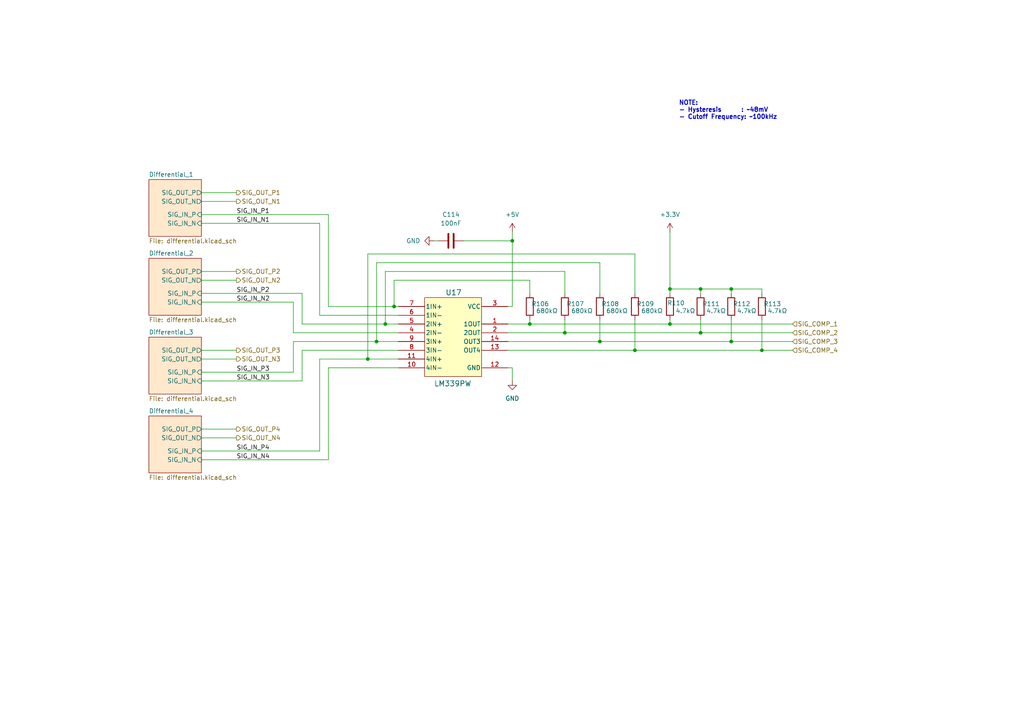
<source format=kicad_sch>
(kicad_sch (version 20250114) (generator "eeschema") (generator_version "9.0")
  (paper "A4")
  (lib_symbols
    (symbol "Device:C" (pin_numbers (hide yes)) (pin_names (offset 0.254))
      (property "Reference" "C" (at 0.635 2.54 0))
      (property "Value" "C" (at 0.635 -2.54 0))
      (symbol "C_0_1"
        (polyline (pts (xy -2.032 0.762) (xy 2.032 0.762)) (stroke (width 0.508)))
        (polyline (pts (xy -2.032 -0.762) (xy 2.032 -0.762)) (stroke (width 0.508)))
      )
      (symbol "C_1_1"
        (pin passive line (at 0 3.81 270) (length 2.794) (name "~") (number "1"))
        (pin passive line (at 0 -3.81 90) (length 2.794) (name "~") (number "2"))
      )
    )
    (symbol "Device:R" (pin_numbers (hide yes)) (pin_names (offset 0))
      (property "Reference" "R" (at 2.032 0 90))
      (property "Value" "R" (at 0 0 90))
      (symbol "R_0_1"
        (rectangle (start -1.016 -2.54) (end 1.016 2.54) (stroke (width 0.254)))
      )
      (symbol "R_1_1"
        (pin passive line (at 0 3.81 270) (length 1.27) (name "~") (number "1"))
        (pin passive line (at 0 -3.81 90) (length 1.27) (name "~") (number "2"))
      )
    )
    (symbol "LM339PW:LM339PW" (pin_names (offset 0.254))
      (property "Reference" "U" (at 23.368 4.064 0))
      (property "Value" "LM339PW" (at 23.368 -22.352 0))
      (symbol "LM339PW_0_1"
        (pin input line (at 7.62 0 0) (length 7.62) (name "1IN+") (number "7"))
        (pin input line (at 7.62 -2.54 0) (length 7.62) (name "1IN-") (number "6"))
        (pin input line (at 7.62 -5.08 0) (length 7.62) (name "2IN+") (number "5"))
        (pin input line (at 7.62 -7.62 0) (length 7.62) (name "2IN-") (number "4"))
        (pin input line (at 7.62 -10.16 0) (length 7.62) (name "3IN+") (number "9"))
        (pin input line (at 7.62 -12.7 0) (length 7.62) (name "3IN-") (number "8"))
        (pin input line (at 7.62 -15.24 0) (length 7.62) (name "4IN+") (number "11"))
        (pin input line (at 7.62 -17.78 0) (length 7.62) (name "4IN-") (number "10"))
        (pin power_in line (at 39.37 0 180) (length 7.62) (name "VCC") (number "3"))
        (pin output line (at 39.37 -5.08 180) (length 7.62) (name "1OUT") (number "1"))
        (pin output line (at 39.37 -7.62 180) (length 7.62) (name "2OUT") (number "2"))
        (pin output line (at 39.37 -10.16 180) (length 7.62) (name "OUT3") (number "14"))
        (pin output line (at 39.37 -12.7 180) (length 7.62) (name "OUT4") (number "13"))
        (pin power_in line (at 39.37 -17.78 180) (length 7.62) (name "GND") (number "12"))
      )
      (symbol "LM339PW_1_1"
        (rectangle (start 15.24 2.54) (end 31.75 -20.32) (fill (type background)))
      )
    )
    (symbol "power:+3.3V" (power) (pin_numbers (hide yes)) (pin_names (offset 0) (hide yes))
      (property "Value" "+3.3V" (at 0 3.556 0))
      (symbol "+3.3V_0_1"
        (polyline (pts (xy -0.762 1.27) (xy 0 2.54)))
        (polyline (pts (xy 0 2.54) (xy 0.762 1.27)))
        (polyline (pts (xy 0 0) (xy 0 2.54)))
      )
      (symbol "+3.3V_1_1"
        (pin power_in line (at 0 0 90) (length 0) (name "~") (number "1"))
      )
    )
    (symbol "power:+5V" (power) (pin_numbers (hide yes)) (pin_names (offset 0) (hide yes))
      (property "Value" "+5V" (at 0 3.556 0))
      (symbol "+5V_0_1"
        (polyline (pts (xy -0.762 1.27) (xy 0 2.54)))
        (polyline (pts (xy 0 2.54) (xy 0.762 1.27)))
        (polyline (pts (xy 0 0) (xy 0 2.54)))
      )
      (symbol "+5V_1_1"
        (pin power_in line (at 0 0 90) (length 0) (name "~") (number "1"))
      )
    )
    (symbol "power:GND" (power) (pin_numbers (hide yes)) (pin_names (offset 0) (hide yes))
      (property "Value" "GND" (at 0 -3.81 0))
      (symbol "GND_0_1"
        (polyline (pts (xy 0 0) (xy 0 -1.27) (xy 1.27 -1.27) (xy 0 -2.54) (xy -1.27 -1.27) (xy 0 -1.27)))
      )
      (symbol "GND_1_1"
        (pin power_in line (at 0 0 270) (length 0) (name "~") (number "1"))
      )
    )
  )
  (text "NOTE:\n- Hysteresis      : ~48mV\n- Cutoff Frequency: ~100kHz" (at 196.85 32.004 0) (effects (font (size 1.27 1.27) (thickness 0.254) (bold yes)) (justify left)))
  (junction (at 106.68 104.14))
  (junction (at 212.09 83.82))
  (junction (at 194.31 83.82))
  (junction (at 148.59 69.85))
  (junction (at 111.76 93.98))
  (junction (at 194.31 93.98))
  (junction (at 173.99 99.06))
  (junction (at 184.15 101.6))
  (junction (at 212.09 99.06))
  (junction (at 114.3 88.9))
  (junction (at 109.22 99.06))
  (junction (at 203.2 96.52))
  (junction (at 163.83 96.52))
  (junction (at 203.2 83.82))
  (junction (at 153.67 93.98))
  (junction (at 220.98 101.6))
  (wire (pts (xy 58.42 133.35) (xy 95.25 133.35)))
  (wire (pts (xy 203.2 92.71) (xy 203.2 96.52)))
  (wire (pts (xy 58.42 101.6) (xy 68.58 101.6)))
  (wire (pts (xy 147.32 99.06) (xy 173.99 99.06)))
  (wire (pts (xy 203.2 96.52) (xy 163.83 96.52)))
  (wire (pts (xy 114.3 81.28) (xy 153.67 81.28)))
  (wire (pts (xy 125.73 69.85) (xy 127 69.85)))
  (wire (pts (xy 148.59 88.9) (xy 147.32 88.9)))
  (wire (pts (xy 194.31 83.82) (xy 203.2 83.82)))
  (wire (pts (xy 109.22 76.2) (xy 109.22 99.06)))
  (wire (pts (xy 184.15 92.71) (xy 184.15 101.6)))
  (wire (pts (xy 111.76 93.98) (xy 115.57 93.98)))
  (wire (pts (xy 163.83 92.71) (xy 163.83 96.52)))
  (wire (pts (xy 147.32 106.68) (xy 148.59 106.68)))
  (wire (pts (xy 87.63 93.98) (xy 111.76 93.98)))
  (wire (pts (xy 58.42 62.23) (xy 95.25 62.23)))
  (wire (pts (xy 173.99 76.2) (xy 173.99 85.09)))
  (wire (pts (xy 212.09 83.82) (xy 220.98 83.82)))
  (wire (pts (xy 111.76 78.74) (xy 111.76 93.98)))
  (wire (pts (xy 114.3 81.28) (xy 114.3 88.9)))
  (wire (pts (xy 106.68 104.14) (xy 115.57 104.14)))
  (wire (pts (xy 220.98 83.82) (xy 220.98 85.09)))
  (wire (pts (xy 87.63 101.6) (xy 115.57 101.6)))
  (wire (pts (xy 58.42 85.09) (xy 87.63 85.09)))
  (wire (pts (xy 95.25 88.9) (xy 114.3 88.9)))
  (wire (pts (xy 58.42 81.28) (xy 68.58 81.28)))
  (wire (pts (xy 85.09 107.95) (xy 85.09 99.06)))
  (wire (pts (xy 194.31 83.82) (xy 194.31 85.09)))
  (wire (pts (xy 153.67 93.98) (xy 147.32 93.98)))
  (wire (pts (xy 194.31 93.98) (xy 229.87 93.98)))
  (wire (pts (xy 212.09 92.71) (xy 212.09 99.06)))
  (wire (pts (xy 173.99 99.06) (xy 212.09 99.06)))
  (wire (pts (xy 194.31 92.71) (xy 194.31 93.98)))
  (wire (pts (xy 95.25 62.23) (xy 95.25 88.9)))
  (wire (pts (xy 68.58 124.46) (xy 58.42 124.46)))
  (wire (pts (xy 173.99 92.71) (xy 173.99 99.06)))
  (wire (pts (xy 163.83 78.74) (xy 163.83 85.09)))
  (wire (pts (xy 114.3 88.9) (xy 115.57 88.9)))
  (wire (pts (xy 212.09 83.82) (xy 212.09 85.09)))
  (wire (pts (xy 203.2 83.82) (xy 203.2 85.09)))
  (wire (pts (xy 85.09 87.63) (xy 85.09 96.52)))
  (wire (pts (xy 153.67 92.71) (xy 153.67 93.98)))
  (wire (pts (xy 153.67 81.28) (xy 153.67 85.09)))
  (wire (pts (xy 212.09 99.06) (xy 229.87 99.06)))
  (wire (pts (xy 68.58 127) (xy 58.42 127)))
  (wire (pts (xy 203.2 83.82) (xy 212.09 83.82)))
  (wire (pts (xy 58.42 55.88) (xy 68.58 55.88)))
  (wire (pts (xy 220.98 101.6) (xy 229.87 101.6)))
  (wire (pts (xy 58.42 130.81) (xy 92.71 130.81)))
  (wire (pts (xy 220.98 101.6) (xy 184.15 101.6)))
  (wire (pts (xy 58.42 78.74) (xy 68.58 78.74)))
  (wire (pts (xy 109.22 99.06) (xy 115.57 99.06)))
  (wire (pts (xy 106.68 73.66) (xy 106.68 104.14)))
  (wire (pts (xy 95.25 106.68) (xy 115.57 106.68)))
  (wire (pts (xy 95.25 133.35) (xy 95.25 106.68)))
  (wire (pts (xy 148.59 67.31) (xy 148.59 69.85)))
  (wire (pts (xy 148.59 69.85) (xy 148.59 88.9)))
  (wire (pts (xy 109.22 76.2) (xy 173.99 76.2)))
  (wire (pts (xy 184.15 73.66) (xy 184.15 85.09)))
  (wire (pts (xy 58.42 87.63) (xy 85.09 87.63)))
  (wire (pts (xy 194.31 67.31) (xy 194.31 83.82)))
  (wire (pts (xy 92.71 130.81) (xy 92.71 104.14)))
  (wire (pts (xy 220.98 92.71) (xy 220.98 101.6)))
  (wire (pts (xy 194.31 93.98) (xy 153.67 93.98)))
  (wire (pts (xy 58.42 58.42) (xy 68.58 58.42)))
  (wire (pts (xy 92.71 91.44) (xy 115.57 91.44)))
  (wire (pts (xy 148.59 106.68) (xy 148.59 110.49)))
  (wire (pts (xy 111.76 78.74) (xy 163.83 78.74)))
  (wire (pts (xy 58.42 64.77) (xy 92.71 64.77)))
  (wire (pts (xy 58.42 107.95) (xy 85.09 107.95)))
  (wire (pts (xy 184.15 101.6) (xy 147.32 101.6)))
  (wire (pts (xy 163.83 96.52) (xy 147.32 96.52)))
  (wire (pts (xy 87.63 110.49) (xy 87.63 101.6)))
  (wire (pts (xy 85.09 96.52) (xy 115.57 96.52)))
  (wire (pts (xy 87.63 85.09) (xy 87.63 93.98)))
  (wire (pts (xy 58.42 110.49) (xy 87.63 110.49)))
  (wire (pts (xy 85.09 99.06) (xy 109.22 99.06)))
  (wire (pts (xy 203.2 96.52) (xy 229.87 96.52)))
  (wire (pts (xy 92.71 64.77) (xy 92.71 91.44)))
  (wire (pts (xy 134.62 69.85) (xy 148.59 69.85)))
  (wire (pts (xy 92.71 104.14) (xy 106.68 104.14)))
  (wire (pts (xy 58.42 104.14) (xy 68.58 104.14)))
  (wire (pts (xy 106.68 73.66) (xy 184.15 73.66)))
  (label "SIG_IN_P1" (at 68.58 62.23 0))
  (label "SIG_IN_P2" (at 68.58 85.09 0))
  (label "SIG_IN_P3" (at 68.58 107.95 0))
  (label "SIG_IN_N2" (at 68.58 87.63 0))
  (label "SIG_IN_N3" (at 68.58 110.49 0))
  (label "SIG_IN_N1" (at 68.58 64.77 0))
  (label "SIG_IN_P4" (at 68.58 130.81 0))
  (label "SIG_IN_N4" (at 68.58 133.35 0))
  (hierarchical_label "SIG_COMP_3" (shape input) (at 229.87 99.06 0))
  (hierarchical_label "SIG_OUT_N3" (shape output) (at 68.58 104.14 0))
  (hierarchical_label "SIG_OUT_N1" (shape output) (at 68.58 58.42 0))
  (hierarchical_label "SIG_COMP_4" (shape input) (at 229.87 101.6 0))
  (hierarchical_label "SIG_OUT_N4" (shape output) (at 68.58 127 0))
  (hierarchical_label "SIG_COMP_1" (shape input) (at 229.87 93.98 0))
  (hierarchical_label "SIG_OUT_P2" (shape output) (at 68.58 78.74 0))
  (hierarchical_label "SIG_COMP_2" (shape input) (at 229.87 96.52 0))
  (hierarchical_label "SIG_OUT_P3" (shape output) (at 68.58 101.6 0))
  (hierarchical_label "SIG_OUT_N2" (shape output) (at 68.58 81.28 0))
  (hierarchical_label "SIG_OUT_P4" (shape output) (at 68.58 124.46 0))
  (hierarchical_label "SIG_OUT_P1" (shape output) (at 68.58 55.88 0))
  (symbol (lib_id "Device:R") (at 194.31 88.9 180) (unit 1)
    (property "Reference" "R3" (at 198.628 87.884 0) (effects (justify left)))
    (property "Value" "4.7kΩ" (at 201.676 90.17 0) (effects (justify left)))
    (property "Footprint" "Resistor_SMD:R_0201_0603Metric" (effects (hide yes)))
    (property "Datasheet" "https://jlcpcb.com/api/file/downloadByFileSystemAccessId/8588899976969113600" (effects (hide yes)))
    (property "Description" "Resistor" (effects (hide yes)))
    (property "JLCPCB Part #" "C142008" (effects (hide yes)))
    (property "Manufacturer Part #" "RC0201JR-074K7L" (effects (hide yes)))
    (property "Status" "Extended" (effects (hide yes)))
    (instances (project "cerberus" (path "" (reference "R110") (unit 1)) (path "" (reference "R3") (unit 1)) (path "" (reference "R238") (unit 1)) (path "" (reference "R174") (unit 1)) (path "" (reference "R270") (unit 1)) (path "" (reference "R46") (unit 1)) (path "" (reference "R366") (unit 1)) (path "" (reference "R142") (unit 1)) (path "" (reference "R302") (unit 1)) (path "" (reference "R206") (unit 1)) (path "" (reference "R398") (unit 1)) (path "" (reference "R78") (unit 1)) (path "" (reference "R334") (unit 1))))
  )
  (symbol (lib_id "power:GND") (at 148.59 110.49 0) (unit 1)
    (property "Reference" "#PWR07" (effects (hide yes)))
    (property "Value" "GND" (at 148.59 115.57 0))
    (property "Description" "Power symbol creates a global label with name \"GND\" , ground" (effects (hide yes)))
    (instances (project "cerberus" (path "" (reference "#PWR041") (unit 1)) (path "" (reference "#PWR07") (unit 1)) (path "" (reference "#PWR086") (unit 1)) (path "" (reference "#PWR063") (unit 1)) (path "" (reference "#PWR097") (unit 1)) (path "" (reference "#PWR019") (unit 1)) (path "" (reference "#PWR0130") (unit 1)) (path "" (reference "#PWR052") (unit 1)) (path "" (reference "#PWR0108") (unit 1)) (path "" (reference "#PWR074") (unit 1)) (path "" (reference "#PWR0141") (unit 1)) (path "" (reference "#PWR030") (unit 1)) (path "" (reference "#PWR0119") (unit 1))))
  )
  (symbol (lib_id "Device:R") (at 173.99 88.9 180) (unit 1)
    (property "Reference" "R22" (at 179.578 88.138 0) (effects (justify left)))
    (property "Value" "680kΩ" (at 182.118 90.17 0) (effects (justify left)))
    (property "Footprint" "Resistor_SMD:R_0201_0603Metric" (effects (hide yes)))
    (property "Datasheet" "https://jlcpcb.com/api/file/downloadByFileSystemAccessId/8590909617453019136" (effects (hide yes)))
    (property "Description" "Resistor" (effects (hide yes)))
    (property "JLCPCB Part #" "C473493" (effects (hide yes)))
    (property "Manufacturer Part #" "0201WMF6803TEE" (effects (hide yes)))
    (property "Status" "Extended" (effects (hide yes)))
    (instances (project "cerberus" (path "" (reference "R108") (unit 1)) (path "" (reference "R22") (unit 1)) (path "" (reference "R236") (unit 1)) (path "" (reference "R172") (unit 1)) (path "" (reference "R268") (unit 1)) (path "" (reference "R44") (unit 1)) (path "" (reference "R364") (unit 1)) (path "" (reference "R140") (unit 1)) (path "" (reference "R300") (unit 1)) (path "" (reference "R204") (unit 1)) (path "" (reference "R396") (unit 1)) (path "" (reference "R76") (unit 1)) (path "" (reference "R332") (unit 1))))
  )
  (symbol (lib_id "power:GND") (at 125.73 69.85 270) (unit 1)
    (property "Reference" "#PWR0158" (effects (hide yes)))
    (property "Value" "GND" (at 121.92 69.8499 90) (effects (justify right)))
    (property "Description" "Power symbol creates a global label with name \"GND\" , ground" (effects (hide yes)))
    (instances (project "cerberus" (path "" (reference "#PWR0161") (unit 1)) (path "" (reference "#PWR0158") (unit 1)) (path "" (reference "#PWR0165") (unit 1)) (path "" (reference "#PWR0163") (unit 1)) (path "" (reference "#PWR0166") (unit 1)) (path "" (reference "#PWR0159") (unit 1)) (path "" (reference "#PWR0169") (unit 1)) (path "" (reference "#PWR0162") (unit 1)) (path "" (reference "#PWR0167") (unit 1)) (path "" (reference "#PWR0164") (unit 1)) (path "" (reference "#PWR0170") (unit 1)) (path "" (reference "#PWR0160") (unit 1)) (path "" (reference "#PWR0168") (unit 1))))
  )
  (symbol (lib_id "LM339PW:LM339PW") (at 107.95 88.9 0) (unit 1)
    (property "Reference" "U3" (at 131.572 84.836 0) (effects (font (size 1.524 1.524))))
    (property "Value" "LM339PW" (at 131.318 111.252 0) (effects (font (size 1.524 1.524))))
    (property "Footprint" "Package_SO:TSSOP-14_4.4x5mm_P0.65mm" (effects (hide yes)))
    (property "Datasheet" "https://www.ti.com/lit/gpn/lm339" (effects (hide yes)))
    (property "JLCPCB Part #" "C42184" (effects (hide yes)))
    (property "Manufacturer Part #" "LM339PWR" (effects (hide yes)))
    (property "Status" "Extended" (effects (hide yes)))
    (instances (project "cerberus" (path "" (reference "U17") (unit 1)) (path "" (reference "U3") (unit 1)) (path "" (reference "U37") (unit 1)) (path "" (reference "U27") (unit 1)) (path "" (reference "U42") (unit 1)) (path "" (reference "U7") (unit 1)) (path "" (reference "U57") (unit 1)) (path "" (reference "U22") (unit 1)) (path "" (reference "U47") (unit 1)) (path "" (reference "U32") (unit 1)) (path "" (reference "U62") (unit 1)) (path "" (reference "U12") (unit 1)) (path "" (reference "U52") (unit 1))))
  )
  (symbol (lib_id "Device:R") (at 153.67 88.9 180) (unit 1)
    (property "Reference" "R20" (at 159.258 88.138 0) (effects (justify left)))
    (property "Value" "680kΩ" (at 161.798 90.17 0) (effects (justify left)))
    (property "Footprint" "Resistor_SMD:R_0201_0603Metric" (effects (hide yes)))
    (property "Datasheet" "https://jlcpcb.com/api/file/downloadByFileSystemAccessId/8590909617453019136" (effects (hide yes)))
    (property "Description" "Resistor" (effects (hide yes)))
    (property "JLCPCB Part #" "C473493" (effects (hide yes)))
    (property "Manufacturer Part #" "0201WMF6803TEE" (effects (hide yes)))
    (property "Status" "Extended" (effects (hide yes)))
    (instances (project "cerberus" (path "" (reference "R106") (unit 1)) (path "" (reference "R20") (unit 1)) (path "" (reference "R234") (unit 1)) (path "" (reference "R170") (unit 1)) (path "" (reference "R266") (unit 1)) (path "" (reference "R42") (unit 1)) (path "" (reference "R362") (unit 1)) (path "" (reference "R138") (unit 1)) (path "" (reference "R298") (unit 1)) (path "" (reference "R202") (unit 1)) (path "" (reference "R394") (unit 1)) (path "" (reference "R74") (unit 1)) (path "" (reference "R330") (unit 1))))
  )
  (symbol (lib_id "power:+5V") (at 148.59 67.31 0) (unit 1)
    (property "Reference" "#PWR06" (effects (hide yes)))
    (property "Value" "+5V" (at 148.59 62.23 0))
    (property "Description" "Power symbol creates a global label with name \"+5V\"" (effects (hide yes)))
    (instances (project "cerberus" (path "" (reference "#PWR040") (unit 1)) (path "" (reference "#PWR06") (unit 1)) (path "" (reference "#PWR085") (unit 1)) (path "" (reference "#PWR062") (unit 1)) (path "" (reference "#PWR096") (unit 1)) (path "" (reference "#PWR018") (unit 1)) (path "" (reference "#PWR0129") (unit 1)) (path "" (reference "#PWR051") (unit 1)) (path "" (reference "#PWR0107") (unit 1)) (path "" (reference "#PWR073") (unit 1)) (path "" (reference "#PWR0140") (unit 1)) (path "" (reference "#PWR029") (unit 1)) (path "" (reference "#PWR0118") (unit 1))))
  )
  (symbol (lib_id "Device:R") (at 184.15 88.9 180) (unit 1)
    (property "Reference" "R23" (at 189.738 88.138 0) (effects (justify left)))
    (property "Value" "680kΩ" (at 192.278 90.17 0) (effects (justify left)))
    (property "Footprint" "Resistor_SMD:R_0201_0603Metric" (effects (hide yes)))
    (property "Datasheet" "https://jlcpcb.com/api/file/downloadByFileSystemAccessId/8590909617453019136" (effects (hide yes)))
    (property "Description" "Resistor" (effects (hide yes)))
    (property "JLCPCB Part #" "C473493" (effects (hide yes)))
    (property "Manufacturer Part #" "0201WMF6803TEE" (effects (hide yes)))
    (property "Status" "Extended" (effects (hide yes)))
    (instances (project "cerberus" (path "" (reference "R109") (unit 1)) (path "" (reference "R23") (unit 1)) (path "" (reference "R237") (unit 1)) (path "" (reference "R173") (unit 1)) (path "" (reference "R269") (unit 1)) (path "" (reference "R45") (unit 1)) (path "" (reference "R365") (unit 1)) (path "" (reference "R141") (unit 1)) (path "" (reference "R301") (unit 1)) (path "" (reference "R205") (unit 1)) (path "" (reference "R397") (unit 1)) (path "" (reference "R77") (unit 1)) (path "" (reference "R333") (unit 1))))
  )
  (symbol (lib_id "power:+3.3V") (at 194.31 67.31 0) (unit 1)
    (property "Reference" "#PWR05" (effects (hide yes)))
    (property "Value" "+3.3V" (at 194.31 62.23 0))
    (property "Description" "Power symbol creates a global label with name \"+3.3V\"" (effects (hide yes)))
    (instances (project "cerberus" (path "" (reference "#PWR042") (unit 1)) (path "" (reference "#PWR05") (unit 1)) (path "" (reference "#PWR087") (unit 1)) (path "" (reference "#PWR064") (unit 1)) (path "" (reference "#PWR098") (unit 1)) (path "" (reference "#PWR020") (unit 1)) (path "" (reference "#PWR0131") (unit 1)) (path "" (reference "#PWR053") (unit 1)) (path "" (reference "#PWR0109") (unit 1)) (path "" (reference "#PWR075") (unit 1)) (path "" (reference "#PWR0142") (unit 1)) (path "" (reference "#PWR031") (unit 1)) (path "" (reference "#PWR0120") (unit 1))))
  )
  (symbol (lib_id "Device:C") (at 130.81 69.85 90) (unit 1)
    (property "Reference" "C111" (at 130.81 62.23 90))
    (property "Value" "100nF" (at 130.81 64.77 90))
    (property "Footprint" "Capacitor_SMD:C_0201_0603Metric" (effects (hide yes)))
    (property "Datasheet" "https://www.lcsc.com/datasheet/lcsc_datasheet_2304140030_Samsung-Electro-Mechanics-CL03A104KP3NNNC_C49062.pdf" (effects (hide yes)))
    (property "Description" "Unpolarized capacitor" (effects (hide yes)))
    (property "JLCPCB Part #" "C49062" (effects (hide yes)))
    (property "Manufacturer Part #" "CL03A104KP3NNNC" (effects (hide yes)))
    (property "Status" "Extended" (effects (hide yes)))
    (instances (project "cerberus" (path "" (reference "C114") (unit 1)) (path "" (reference "C111") (unit 1)) (path "" (reference "C118") (unit 1)) (path "" (reference "C116") (unit 1)) (path "" (reference "C119") (unit 1)) (path "" (reference "C112") (unit 1)) (path "" (reference "C122") (unit 1)) (path "" (reference "C115") (unit 1)) (path "" (reference "C120") (unit 1)) (path "" (reference "C117") (unit 1)) (path "" (reference "C123") (unit 1)) (path "" (reference "C113") (unit 1)) (path "" (reference "C121") (unit 1))))
  )
  (symbol (lib_id "Device:R") (at 163.83 88.9 180) (unit 1)
    (property "Reference" "R21" (at 169.418 88.138 0) (effects (justify left)))
    (property "Value" "680kΩ" (at 171.958 90.17 0) (effects (justify left)))
    (property "Footprint" "Resistor_SMD:R_0201_0603Metric" (effects (hide yes)))
    (property "Datasheet" "https://jlcpcb.com/api/file/downloadByFileSystemAccessId/8590909617453019136" (effects (hide yes)))
    (property "Description" "Resistor" (effects (hide yes)))
    (property "JLCPCB Part #" "C473493" (effects (hide yes)))
    (property "Manufacturer Part #" "0201WMF6803TEE" (effects (hide yes)))
    (property "Status" "Extended" (effects (hide yes)))
    (instances (project "cerberus" (path "" (reference "R107") (unit 1)) (path "" (reference "R21") (unit 1)) (path "" (reference "R235") (unit 1)) (path "" (reference "R171") (unit 1)) (path "" (reference "R267") (unit 1)) (path "" (reference "R43") (unit 1)) (path "" (reference "R363") (unit 1)) (path "" (reference "R139") (unit 1)) (path "" (reference "R299") (unit 1)) (path "" (reference "R203") (unit 1)) (path "" (reference "R395") (unit 1)) (path "" (reference "R75") (unit 1)) (path "" (reference "R331") (unit 1))))
  )
  (symbol (lib_id "Device:R") (at 203.2 88.9 180) (unit 1)
    (property "Reference" "R13" (at 208.788 88.138 0) (effects (justify left)))
    (property "Value" "4.7kΩ" (at 210.566 90.17 0) (effects (justify left)))
    (property "Footprint" "Resistor_SMD:R_0201_0603Metric" (effects (hide yes)))
    (property "Datasheet" "https://jlcpcb.com/api/file/downloadByFileSystemAccessId/8588899976969113600" (effects (hide yes)))
    (property "Description" "Resistor" (effects (hide yes)))
    (property "JLCPCB Part #" "C142008" (effects (hide yes)))
    (property "Manufacturer Part #" "RC0201JR-074K7L" (effects (hide yes)))
    (property "Status" "Extended" (effects (hide yes)))
    (instances (project "cerberus" (path "" (reference "R111") (unit 1)) (path "" (reference "R13") (unit 1)) (path "" (reference "R239") (unit 1)) (path "" (reference "R175") (unit 1)) (path "" (reference "R271") (unit 1)) (path "" (reference "R47") (unit 1)) (path "" (reference "R367") (unit 1)) (path "" (reference "R143") (unit 1)) (path "" (reference "R303") (unit 1)) (path "" (reference "R207") (unit 1)) (path "" (reference "R399") (unit 1)) (path "" (reference "R79") (unit 1)) (path "" (reference "R335") (unit 1))))
  )
  (symbol (lib_id "Device:R") (at 212.09 88.9 180) (unit 1)
    (property "Reference" "R14" (at 217.678 88.138 0) (effects (justify left)))
    (property "Value" "4.7kΩ" (at 219.456 90.17 0) (effects (justify left)))
    (property "Footprint" "Resistor_SMD:R_0201_0603Metric" (effects (hide yes)))
    (property "Datasheet" "https://jlcpcb.com/api/file/downloadByFileSystemAccessId/8588899976969113600" (effects (hide yes)))
    (property "Description" "Resistor" (effects (hide yes)))
    (property "JLCPCB Part #" "C142008" (effects (hide yes)))
    (property "Manufacturer Part #" "RC0201JR-074K7L" (effects (hide yes)))
    (property "Status" "Extended" (effects (hide yes)))
    (instances (project "cerberus" (path "" (reference "R112") (unit 1)) (path "" (reference "R14") (unit 1)) (path "" (reference "R240") (unit 1)) (path "" (reference "R176") (unit 1)) (path "" (reference "R272") (unit 1)) (path "" (reference "R48") (unit 1)) (path "" (reference "R368") (unit 1)) (path "" (reference "R144") (unit 1)) (path "" (reference "R304") (unit 1)) (path "" (reference "R208") (unit 1)) (path "" (reference "R400") (unit 1)) (path "" (reference "R80") (unit 1)) (path "" (reference "R336") (unit 1))))
  )
  (symbol (lib_id "Device:R") (at 220.98 88.9 180) (unit 1)
    (property "Reference" "R15" (at 226.568 88.138 0) (effects (justify left)))
    (property "Value" "4.7kΩ" (at 228.346 90.17 0) (effects (justify left)))
    (property "Footprint" "Resistor_SMD:R_0201_0603Metric" (effects (hide yes)))
    (property "Datasheet" "https://jlcpcb.com/api/file/downloadByFileSystemAccessId/8588899976969113600" (effects (hide yes)))
    (property "Description" "Resistor" (effects (hide yes)))
    (property "JLCPCB Part #" "C142008" (effects (hide yes)))
    (property "Manufacturer Part #" "RC0201JR-074K7L" (effects (hide yes)))
    (property "Status" "Extended" (effects (hide yes)))
    (instances (project "cerberus" (path "" (reference "R113") (unit 1)) (path "" (reference "R15") (unit 1)) (path "" (reference "R241") (unit 1)) (path "" (reference "R177") (unit 1)) (path "" (reference "R273") (unit 1)) (path "" (reference "R49") (unit 1)) (path "" (reference "R369") (unit 1)) (path "" (reference "R145") (unit 1)) (path "" (reference "R305") (unit 1)) (path "" (reference "R209") (unit 1)) (path "" (reference "R401") (unit 1)) (path "" (reference "R81") (unit 1)) (path "" (reference "R337") (unit 1))))
  )
  (sheet (at 43.18 97.79) (size 15.24 16.51) (stroke (width 0.1524)) (fill (color 255 143 0 0.2000))
    (property "Sheetname" "Differential_3" (at 43.18 97.0784 0) (effects (justify left bottom)))
    (property "Sheetfile" "differential.kicad_sch" (at 43.18 114.8846 0) (effects (justify left top)))
    (pin "SIG_OUT_N" output (at 58.42 104.14 0))
    (pin "SIG_OUT_P" output (at 58.42 101.6 0))
    (pin "SIG_IN_N" input (at 58.42 110.49 0))
    (pin "SIG_IN_P" input (at 58.42 107.95 0))
  )
  (sheet (at 43.18 120.65) (size 15.24 16.51) (stroke (width 0.1524)) (fill (color 255 143 0 0.2000))
    (property "Sheetname" "Differential_4" (at 43.18 119.9384 0) (effects (justify left bottom)))
    (property "Sheetfile" "differential.kicad_sch" (at 43.18 137.7446 0) (effects (justify left top)))
    (pin "SIG_OUT_N" output (at 58.42 127 0))
    (pin "SIG_OUT_P" output (at 58.42 124.46 0))
    (pin "SIG_IN_N" input (at 58.42 133.35 0))
    (pin "SIG_IN_P" input (at 58.42 130.81 0))
  )
  (sheet (at 43.18 74.93) (size 15.24 16.51) (stroke (width 0.1524)) (fill (color 255 143 0 0.2000))
    (property "Sheetname" "Differential_2" (at 43.18 74.2184 0) (effects (justify left bottom)))
    (property "Sheetfile" "differential.kicad_sch" (at 43.18 92.0246 0) (effects (justify left top)))
    (pin "SIG_OUT_N" output (at 58.42 81.28 0))
    (pin "SIG_OUT_P" output (at 58.42 78.74 0))
    (pin "SIG_IN_N" input (at 58.42 87.63 0))
    (pin "SIG_IN_P" input (at 58.42 85.09 0))
  )
  (sheet (at 43.18 52.07) (size 15.24 16.51) (stroke (width 0.1524)) (fill (color 255 143 0 0.2000))
    (property "Sheetname" "Differential_1" (at 43.18 51.3584 0) (effects (justify left bottom)))
    (property "Sheetfile" "differential.kicad_sch" (at 43.18 69.1646 0) (effects (justify left top)))
    (pin "SIG_OUT_N" output (at 58.42 58.42 0))
    (pin "SIG_OUT_P" output (at 58.42 55.88 0))
    (pin "SIG_IN_N" input (at 58.42 64.77 0))
    (pin "SIG_IN_P" input (at 58.42 62.23 0))
  )
)
</source>
